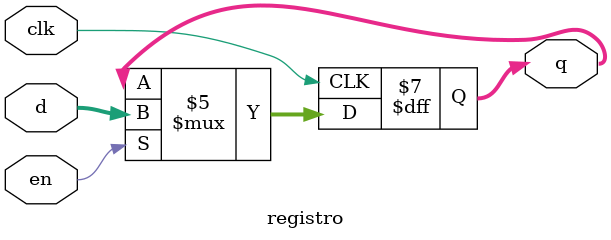
<source format=v>
`timescale 1ns / 1ps
module registro(
    input clk,
    input en,
	 input [13:0] d,	 
    output reg[13:0] q
    );
	 
  initial q=0;
  always@(posedge clk)
  begin
      if(en==1)
		    q=d;
  end

endmodule

</source>
